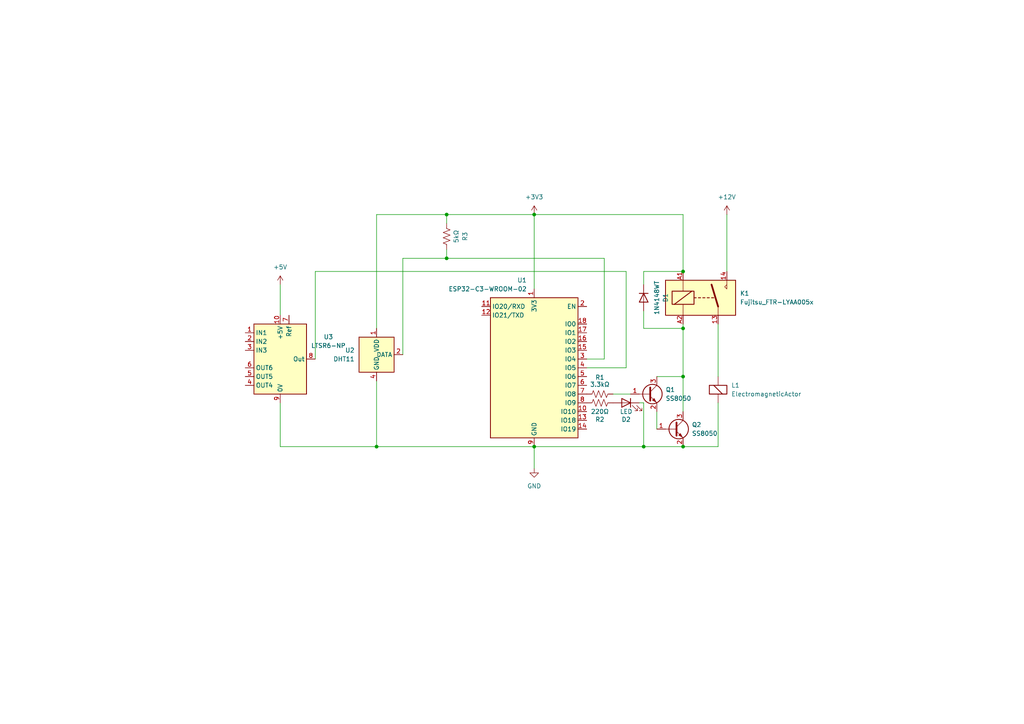
<source format=kicad_sch>
(kicad_sch (version 20250114) (generator "eeschema") (generator_version "9.0")
  (paper "A4")
  (title_block (title "Navign Beacon Schematic") (company "Navign"))
  (lib_symbols
    (symbol "Device:ElectromagneticActor" (pin_numbers (hide yes)) (pin_names (offset 0.0254) (hide yes))
      (property "Reference" "L" (at 1.27 3.81 0))
      (property "Value" "ElectromagneticActor" (at 1.27 -1.27 0))
      (symbol "ElectromagneticActor_0_1"
        (rectangle (start -2.54 2.54) (end 2.54 0) (stroke (width 0.254)))
        (polyline (pts (xy -1.27 2.54) (xy 1.27 0)) (stroke (width 0.254)))
      )
      (symbol "ElectromagneticActor_1_1"
        (pin passive line (at 0 5.08 270) (length 2.54) (name "-") (number "1"))
        (pin passive line (at 0 -2.54 90) (length 2.54) (name "+") (number "2"))
      )
    )
    (symbol "Device:LED" (pin_numbers (hide yes)) (pin_names (offset 1.016) (hide yes))
      (property "Reference" "D" (at 0 2.54 0))
      (property "Value" "LED" (at 0 -2.54 0))
      (symbol "LED_0_1"
        (polyline (pts (xy -3.048 -0.762) (xy -4.572 -2.286) (xy -3.81 -2.286) (xy -4.572 -2.286) (xy -4.572 -1.524)))
        (polyline (pts (xy -1.778 -0.762) (xy -3.302 -2.286) (xy -2.54 -2.286) (xy -3.302 -2.286) (xy -3.302 -1.524)))
        (polyline (pts (xy -1.27 0) (xy 1.27 0)))
        (polyline (pts (xy -1.27 -1.27) (xy -1.27 1.27)) (stroke (width 0.254)))
        (polyline (pts (xy 1.27 -1.27) (xy 1.27 1.27) (xy -1.27 0) (xy 1.27 -1.27)) (stroke (width 0.254)))
      )
      (symbol "LED_1_1"
        (pin passive line (at -3.81 0 0) (length 2.54) (name "K") (number "1"))
        (pin passive line (at 3.81 0 180) (length 2.54) (name "A") (number "2"))
      )
    )
    (symbol "Device:R_US" (pin_numbers (hide yes)) (pin_names (offset 0))
      (property "Reference" "R" (at 2.54 0 90))
      (property "Value" "R_US" (at -2.54 0 90))
      (symbol "R_US_0_1"
        (polyline (pts (xy 0 2.286) (xy 0 2.54)))
        (polyline (pts (xy 0 2.286) (xy 1.016 1.905) (xy 0 1.524) (xy -1.016 1.143) (xy 0 0.762)))
        (polyline (pts (xy 0 0.762) (xy 1.016 0.381) (xy 0 0) (xy -1.016 -0.381) (xy 0 -0.762)))
        (polyline (pts (xy 0 -0.762) (xy 1.016 -1.143) (xy 0 -1.524) (xy -1.016 -1.905) (xy 0 -2.286)))
        (polyline (pts (xy 0 -2.286) (xy 0 -2.54)))
      )
      (symbol "R_US_1_1"
        (pin passive line (at 0 3.81 270) (length 1.27) (name "~") (number "1"))
        (pin passive line (at 0 -3.81 90) (length 1.27) (name "~") (number "2"))
      )
    )
    (symbol "Diode:1N4148WT" (pin_numbers (hide yes)) (pin_names (hide yes))
      (property "Reference" "D" (at 0 2.54 0))
      (property "Value" "1N4148WT" (at 0 -2.54 0))
      (symbol "1N4148WT_0_1"
        (polyline (pts (xy -1.27 1.27) (xy -1.27 -1.27)) (stroke (width 0.254)))
        (polyline (pts (xy 1.27 1.27) (xy 1.27 -1.27) (xy -1.27 0) (xy 1.27 1.27)) (stroke (width 0.254)))
        (polyline (pts (xy 1.27 0) (xy -1.27 0)))
      )
      (symbol "1N4148WT_1_1"
        (pin passive line (at -3.81 0 0) (length 2.54) (name "K") (number "1"))
        (pin passive line (at 3.81 0 180) (length 2.54) (name "A") (number "2"))
      )
    )
    (symbol "RF_Module:ESP32-C3-WROOM-02"
      (property "Reference" "U" (at -12.192 21.336 0))
      (property "Value" "ESP32-C3-WROOM-02" (at 12.192 21.336 0))
      (symbol "ESP32-C3-WROOM-02_1_1"
        (rectangle (start -12.7 20.32) (end 12.7 -20.32) (stroke (width 0.254)) (fill (type background)))
        (pin input line (at -15.24 17.78 0) (length 2.54) (name "EN") (number "2"))
        (pin bidirectional line (at -15.24 12.7 0) (length 2.54) (name "IO0") (number "18"))
        (pin bidirectional line (at -15.24 10.16 0) (length 2.54) (name "IO1") (number "17"))
        (pin bidirectional line (at -15.24 7.62 0) (length 2.54) (name "IO2") (number "16"))
        (pin bidirectional line (at -15.24 5.08 0) (length 2.54) (name "IO3") (number "15"))
        (pin bidirectional line (at -15.24 2.54 0) (length 2.54) (name "IO4") (number "3"))
        (pin bidirectional line (at -15.24 0 0) (length 2.54) (name "IO5") (number "4"))
        (pin bidirectional line (at -15.24 -2.54 0) (length 2.54) (name "IO6") (number "5"))
        (pin bidirectional line (at -15.24 -5.08 0) (length 2.54) (name "IO7") (number "6"))
        (pin bidirectional line (at -15.24 -7.62 0) (length 2.54) (name "IO8") (number "7"))
        (pin bidirectional line (at -15.24 -10.16 0) (length 2.54) (name "IO9") (number "8"))
        (pin bidirectional line (at -15.24 -12.7 0) (length 2.54) (name "IO10") (number "10"))
        (pin bidirectional line (at -15.24 -15.24 0) (length 2.54) (name "IO18") (number "13"))
        (pin bidirectional line (at -15.24 -17.78 0) (length 2.54) (name "IO19") (number "14"))
        (pin power_in line (at 0 22.86 270) (length 2.54) (name "3V3") (number "1"))
        (pin passive line (at 0 -22.86 90) (length 2.54) (hide yes) (name "GND") (number "19"))
        (pin power_in line (at 0 -22.86 90) (length 2.54) (name "GND") (number "9"))
        (pin bidirectional line (at 15.24 17.78 180) (length 2.54) (name "IO20/RXD") (number "11"))
        (pin bidirectional line (at 15.24 15.24 180) (length 2.54) (name "IO21/TXD") (number "12"))
      )
    )
    (symbol "Relay:Fujitsu_FTR-LYAA005x"
      (property "Reference" "K" (at 11.43 3.81 0))
      (property "Value" "Fujitsu_FTR-LYAA005x" (at 11.43 1.27 0))
      (symbol "Fujitsu_FTR-LYAA005x_0_0"
        (polyline (pts (xy 7.62 5.08) (xy 7.62 2.54) (xy 6.985 3.175) (xy 7.62 3.81)))
      )
      (symbol "Fujitsu_FTR-LYAA005x_0_1"
        (rectangle (start -10.16 5.08) (end 10.16 -5.08) (stroke (width 0.254)) (fill (type background)))
        (rectangle (start -8.255 1.905) (end -1.905 -1.905) (stroke (width 0.254)))
        (polyline (pts (xy -7.62 -1.905) (xy -2.54 1.905)) (stroke (width 0.254)))
        (polyline (pts (xy -5.08 5.08) (xy -5.08 1.905)))
        (polyline (pts (xy -5.08 -5.08) (xy -5.08 -1.905)))
        (polyline (pts (xy -1.905 0) (xy -1.27 0)) (stroke (width 0.254)))
        (polyline (pts (xy -0.635 0) (xy 0 0)) (stroke (width 0.254)))
        (polyline (pts (xy 0.635 0) (xy 1.27 0)) (stroke (width 0.254)))
        (polyline (pts (xy 1.905 0) (xy 2.54 0)) (stroke (width 0.254)))
        (polyline (pts (xy 3.175 0) (xy 3.81 0)) (stroke (width 0.254)))
        (polyline (pts (xy 5.08 -2.54) (xy 3.175 3.81)) (stroke (width 0.508)))
        (polyline (pts (xy 5.08 -2.54) (xy 5.08 -5.08)))
      )
      (symbol "Fujitsu_FTR-LYAA005x_1_1"
        (pin passive line (at -5.08 7.62 270) (length 2.54) (name "~") (number "A1"))
        (pin passive line (at -5.08 -7.62 90) (length 2.54) (name "~") (number "A2"))
        (pin passive line (at 5.08 -7.62 90) (length 2.54) (name "~") (number "13"))
        (pin passive line (at 7.62 7.62 270) (length 2.54) (name "~") (number "14"))
      )
    )
    (symbol "Sensor:DHT11"
      (property "Reference" "U" (at -3.81 6.35 0))
      (property "Value" "DHT11" (at 3.81 6.35 0))
      (symbol "DHT11_0_1"
        (rectangle (start -5.08 5.08) (end 5.08 -5.08) (stroke (width 0.254)) (fill (type background)))
      )
      (symbol "DHT11_1_1"
        (pin no_connect line (at -5.08 0 0) (length 2.54) (hide yes) (name "NC") (number "3"))
        (pin power_in line (at 0 7.62 270) (length 2.54) (name "VDD") (number "1"))
        (pin power_in line (at 0 -7.62 90) (length 2.54) (name "GND") (number "4"))
        (pin bidirectional line (at 7.62 0 180) (length 2.54) (name "DATA") (number "2"))
      )
    )
    (symbol "Sensor_Current:LTSR6-NP"
      (property "Reference" "U" (at -7.62 11.43 0))
      (property "Value" "LTSR6-NP" (at 3.81 11.43 0))
      (symbol "LTSR6-NP_0_1"
        (rectangle (start -7.62 10.16) (end 7.62 -10.16) (stroke (width 0.254)) (fill (type background)))
      )
      (symbol "LTSR6-NP_1_1"
        (pin passive line (at -10.16 7.62 0) (length 2.54) (name "IN1") (number "1"))
        (pin passive line (at -10.16 5.08 0) (length 2.54) (name "IN2") (number "2"))
        (pin passive line (at -10.16 2.54 0) (length 2.54) (name "IN3") (number "3"))
        (pin passive line (at -10.16 -2.54 0) (length 2.54) (name "OUT6") (number "6"))
        (pin passive line (at -10.16 -5.08 0) (length 2.54) (name "OUT5") (number "5"))
        (pin passive line (at -10.16 -7.62 0) (length 2.54) (name "OUT4") (number "4"))
        (pin power_in line (at 0 12.7 270) (length 2.54) (name "+5V") (number "10"))
        (pin power_in line (at 0 -12.7 90) (length 2.54) (name "0V") (number "9"))
        (pin passive line (at 2.54 12.7 270) (length 2.54) (name "Ref") (number "7"))
        (pin output line (at 10.16 0 180) (length 2.54) (name "Out") (number "8"))
      )
    )
    (symbol "Transistor_BJT:SS8050" (pin_names (offset 0) (hide yes))
      (property "Reference" "Q" (at 5.08 1.905 0))
      (property "Value" "SS8050" (at 5.08 0 0))
      (symbol "SS8050_0_1"
        (polyline (pts (xy -2.54 0) (xy 0.635 0)))
        (polyline (pts (xy 0.635 1.905) (xy 0.635 -1.905)) (stroke (width 0.508)))
        (circle (center 1.27 0) (radius 2.8194) (stroke (width 0.254)))
      )
      (symbol "SS8050_1_1"
        (polyline (pts (xy 0.635 0.635) (xy 2.54 2.54)))
        (polyline (pts (xy 0.635 -0.635) (xy 2.54 -2.54)))
        (polyline (pts (xy 1.27 -1.778) (xy 1.778 -1.27) (xy 2.286 -2.286) (xy 1.27 -1.778)) (fill (type outline)))
        (pin input line (at -5.08 0 0) (length 2.54) (name "B") (number "1"))
        (pin passive line (at 2.54 5.08 270) (length 2.54) (name "C") (number "3"))
        (pin passive line (at 2.54 -5.08 90) (length 2.54) (name "E") (number "2"))
      )
    )
    (symbol "power:+12V" (power) (pin_numbers (hide yes)) (pin_names (offset 0) (hide yes))
      (property "Value" "+12V" (at 0 3.556 0))
      (symbol "+12V_0_1"
        (polyline (pts (xy -0.762 1.27) (xy 0 2.54)))
        (polyline (pts (xy 0 2.54) (xy 0.762 1.27)))
        (polyline (pts (xy 0 0) (xy 0 2.54)))
      )
      (symbol "+12V_1_1"
        (pin power_in line (at 0 0 90) (length 0) (name "~") (number "1"))
      )
    )
    (symbol "power:+3V3" (power) (pin_numbers (hide yes)) (pin_names (offset 0) (hide yes))
      (property "Value" "+3V3" (at 0 3.556 0))
      (symbol "+3V3_0_1"
        (polyline (pts (xy -0.762 1.27) (xy 0 2.54)))
        (polyline (pts (xy 0 2.54) (xy 0.762 1.27)))
        (polyline (pts (xy 0 0) (xy 0 2.54)))
      )
      (symbol "+3V3_1_1"
        (pin power_in line (at 0 0 90) (length 0) (name "~") (number "1"))
      )
    )
    (symbol "power:+5V" (power) (pin_numbers (hide yes)) (pin_names (offset 0) (hide yes))
      (property "Value" "+5V" (at 0 3.556 0))
      (symbol "+5V_0_1"
        (polyline (pts (xy -0.762 1.27) (xy 0 2.54)))
        (polyline (pts (xy 0 2.54) (xy 0.762 1.27)))
        (polyline (pts (xy 0 0) (xy 0 2.54)))
      )
      (symbol "+5V_1_1"
        (pin power_in line (at 0 0 90) (length 0) (name "~") (number "1"))
      )
    )
    (symbol "power:GND" (power) (pin_numbers (hide yes)) (pin_names (offset 0) (hide yes))
      (property "Value" "GND" (at 0 -3.81 0))
      (symbol "GND_0_1"
        (polyline (pts (xy 0 0) (xy 0 -1.27) (xy 1.27 -1.27) (xy 0 -2.54) (xy -1.27 -1.27) (xy 0 -1.27)))
      )
      (symbol "GND_1_1"
        (pin power_in line (at 0 0 270) (length 0) (name "~") (number "1"))
      )
    )
  )
  (junction (at 154.94 129.54))
  (junction (at 198.12 109.22))
  (junction (at 129.54 74.93))
  (junction (at 198.12 129.54))
  (junction (at 109.22 129.54))
  (junction (at 129.54 62.23))
  (junction (at 154.94 62.23))
  (junction (at 186.69 129.54))
  (junction (at 198.12 95.25))
  (junction (at 198.12 78.74))
  (wire (pts (xy 129.54 72.39) (xy 129.54 74.93)))
  (wire (pts (xy 208.28 93.98) (xy 208.28 109.22)))
  (wire (pts (xy 129.54 62.23) (xy 154.94 62.23)))
  (wire (pts (xy 109.22 62.23) (xy 129.54 62.23)))
  (wire (pts (xy 208.28 116.84) (xy 208.28 129.54)))
  (wire (pts (xy 81.28 129.54) (xy 109.22 129.54)))
  (wire (pts (xy 81.28 116.84) (xy 81.28 129.54)))
  (wire (pts (xy 198.12 62.23) (xy 198.12 78.74)))
  (wire (pts (xy 185.42 116.84) (xy 186.69 116.84)))
  (wire (pts (xy 198.12 129.54) (xy 208.28 129.54)))
  (wire (pts (xy 129.54 62.23) (xy 129.54 64.77)))
  (wire (pts (xy 210.82 62.23) (xy 210.82 78.74)))
  (wire (pts (xy 186.69 82.55) (xy 186.69 78.74)))
  (wire (pts (xy 116.84 74.93) (xy 129.54 74.93)))
  (wire (pts (xy 186.69 95.25) (xy 198.12 95.25)))
  (wire (pts (xy 181.61 106.68) (xy 170.18 106.68)))
  (wire (pts (xy 177.8 114.3) (xy 182.88 114.3)))
  (wire (pts (xy 154.94 129.54) (xy 154.94 135.89)))
  (wire (pts (xy 109.22 95.25) (xy 109.22 62.23)))
  (wire (pts (xy 198.12 93.98) (xy 198.12 95.25)))
  (wire (pts (xy 186.69 129.54) (xy 154.94 129.54)))
  (wire (pts (xy 198.12 109.22) (xy 198.12 119.38)))
  (wire (pts (xy 175.26 74.93) (xy 175.26 104.14)))
  (wire (pts (xy 91.44 78.74) (xy 181.61 78.74)))
  (wire (pts (xy 186.69 78.74) (xy 198.12 78.74)))
  (wire (pts (xy 81.28 82.55) (xy 81.28 91.44)))
  (wire (pts (xy 109.22 110.49) (xy 109.22 129.54)))
  (wire (pts (xy 186.69 116.84) (xy 186.69 129.54)))
  (wire (pts (xy 91.44 104.14) (xy 91.44 78.74)))
  (wire (pts (xy 198.12 109.22) (xy 190.5 109.22)))
  (wire (pts (xy 154.94 62.23) (xy 154.94 83.82)))
  (wire (pts (xy 116.84 102.87) (xy 116.84 74.93)))
  (wire (pts (xy 181.61 78.74) (xy 181.61 106.68)))
  (wire (pts (xy 109.22 129.54) (xy 154.94 129.54)))
  (wire (pts (xy 154.94 62.23) (xy 198.12 62.23)))
  (wire (pts (xy 190.5 119.38) (xy 190.5 124.46)))
  (wire (pts (xy 129.54 74.93) (xy 175.26 74.93)))
  (wire (pts (xy 175.26 104.14) (xy 170.18 104.14)))
  (wire (pts (xy 186.69 90.17) (xy 186.69 95.25)))
  (wire (pts (xy 186.69 129.54) (xy 198.12 129.54)))
  (wire (pts (xy 198.12 95.25) (xy 198.12 109.22)))
  (symbol (lib_id "Transistor_BJT:SS8050") (at 187.96 114.3 0) (unit 1)
    (property "Reference" "Q1" (at 193.04 113.0299 0) (effects (justify left)))
    (property "Value" "SS8050" (at 193.04 115.5699 0) (effects (justify left)))
    (property "Footprint" "Package_TO_SOT_SMD:SOT-23" (effects (hide yes)))
    (property "Datasheet" "http://www.secosgmbh.com/datasheet/products/SSMPTransistor/SOT-23/SS8050.pdf" (effects (hide yes)))
    (property "Description" "General Purpose NPN Transistor, 1.5A Ic, 25V Vce, SOT-23" (effects (hide yes)))
  )
  (symbol (lib_id "Transistor_BJT:SS8050") (at 195.58 124.46 0) (unit 1)
    (property "Reference" "Q2" (at 200.66 123.1899 0) (effects (justify left)))
    (property "Value" "SS8050" (at 200.66 125.7299 0) (effects (justify left)))
    (property "Footprint" "Package_TO_SOT_SMD:SOT-23" (effects (hide yes)))
    (property "Datasheet" "http://www.secosgmbh.com/datasheet/products/SSMPTransistor/SOT-23/SS8050.pdf" (effects (hide yes)))
    (property "Description" "General Purpose NPN Transistor, 1.5A Ic, 25V Vce, SOT-23" (effects (hide yes)))
  )
  (symbol (lib_id "Sensor_Current:LTSR6-NP") (at 81.28 104.14 0) (unit 1) (on_board no)
    (property "Reference" "U3" (at 95.25 97.7198 0))
    (property "Value" "LTSR6-NP" (at 95.25 100.2598 0))
    (property "Footprint" "Sensor_Current:LEM_LTSR-NP" (effects (hide yes)))
    (property "Datasheet" "https://www.lem.com/sites/default/files/products_datasheets/ltsr_6-np.pdf" (effects (hide yes)))
    (property "Description" "Current Transducer, Unipolar, 6A, 5V supply, DC, AC, pulsed" (effects (hide yes)))
  )
  (symbol (lib_id "Device:R_US") (at 173.99 116.84 90) (unit 1)
    (property "Reference" "R2" (at 173.99 121.666 90))
    (property "Value" "220Ω" (at 173.99 119.38 90))
    (property "Description" "Resistor, US symbol" (effects (hide yes)))
  )
  (symbol (lib_id "Device:R_US") (at 129.54 68.58 0) (unit 1)
    (property "Reference" "R3" (at 134.874 68.58 90))
    (property "Value" "5kΩ" (at 132.334 68.58 90))
    (property "Description" "Resistor, US symbol" (effects (hide yes)))
  )
  (symbol (lib_id "RF_Module:ESP32-C3-WROOM-02") (at 154.94 106.68 0) (mirror y) (unit 1)
    (property "Reference" "U1" (at 152.7967 81.28 0) (effects (justify left)))
    (property "Value" "ESP32-C3-WROOM-02" (at 152.7967 83.82 0) (effects (justify left)))
    (property "Footprint" "RF_Module:ESP32-C3-WROOM-02" (effects (hide yes)))
    (property "Datasheet" "https://www.espressif.com/sites/default/files/documentation/esp32-c3-wroom-02_datasheet_en.pdf" (effects (hide yes)))
    (property "Description" "802.11 b/g/n Wi­Fi and Bluetooth 5 module, ESP32­C3 SoC, RISC­V microprocessor, On-board antenna" (effects (hide yes)))
  )
  (symbol (lib_id "Relay:Fujitsu_FTR-LYAA005x") (at 203.2 86.36 0) (unit 1)
    (property "Reference" "K1" (at 214.63 85.0899 0) (effects (justify left)))
    (property "Value" "Fujitsu_FTR-LYAA005x" (at 214.63 87.6299 0) (effects (justify left)))
    (property "Footprint" "Relay_THT:Relay_SPST-NO_Fujitsu_FTR-LYAA005x_FormA_Vertical" (effects (hide yes)))
    (property "Datasheet" "https://www.fujitsu.com/sg/imagesgig5/ftr-ly.pdf" (effects (hide yes)))
    (property "Description" "Relay, SPST Form A, vertical mount, 5-60V coil, 6A, 250VAC, 28 x 5 x 15mm" (effects (hide yes)))
  )
  (symbol (lib_id "Diode:1N4148WT") (at 186.69 86.36 270) (unit 1)
    (property "Reference" "D1" (at 193.04 86.36 0))
    (property "Value" "1N4148WT" (at 190.5 86.36 0))
    (property "Footprint" "Diode_SMD:D_SOD-523" (effects (hide yes)))
    (property "Datasheet" "https://www.diodes.com/assets/Datasheets/ds30396.pdf" (effects (hide yes)))
    (property "Description" "75V 0.15A Fast switching Diode, SOD-523" (effects (hide yes)))
    (property "Sim.Device" "D" (effects (hide yes)))
    (property "Sim.Pins" "1=K 2=A" (effects (hide yes)))
  )
  (symbol (lib_id "power:+3V3") (at 154.94 62.23 0) (unit 1)
    (property "Reference" "#PWR02" (effects (hide yes)))
    (property "Value" "+3V3" (at 154.94 57.15 0))
    (property "Description" "Power symbol creates a global label with name \"+3V3\"" (effects (hide yes)))
  )
  (symbol (lib_id "Sensor:DHT11") (at 109.22 102.87 0) (unit 1)
    (property "Reference" "U2" (at 102.87 101.5999 0) (effects (justify right)))
    (property "Value" "DHT11" (at 102.87 104.1399 0) (effects (justify right)))
    (property "Footprint" "Sensor:Aosong_DHT11_5.5x12.0_P2.54mm" (effects (hide yes)))
    (property "Datasheet" "http://akizukidenshi.com/download/ds/aosong/DHT11.pdf" (effects (hide yes)))
    (property "Description" "3.3V to 5.5V, temperature and humidity module, DHT11" (effects (hide yes)))
  )
  (symbol (lib_id "Device:LED") (at 181.61 116.84 0) (mirror y) (unit 1)
    (property "Reference" "D2" (at 181.61 121.666 0))
    (property "Value" "LED" (at 181.61 119.38 0))
    (property "Description" "Light emitting diode" (effects (hide yes)))
    (property "Sim.Pins" "1=K 2=A" (effects (hide yes)))
  )
  (symbol (lib_id "power:+5V") (at 81.28 82.55 0) (unit 1)
    (property "Reference" "#PWR03" (effects (hide yes)))
    (property "Value" "+5V" (at 81.28 77.47 0))
    (property "Description" "Power symbol creates a global label with name \"+5V\"" (effects (hide yes)))
  )
  (symbol (lib_id "Device:ElectromagneticActor") (at 208.28 114.3 0) (unit 1)
    (property "Reference" "L1" (at 212.09 111.7599 0) (effects (justify left)))
    (property "Value" "ElectromagneticActor" (at 212.09 114.2999 0) (effects (justify left)))
    (property "Description" "Electromagnetic actor" (effects (hide yes)))
  )
  (symbol (lib_id "Device:R_US") (at 173.99 114.3 90) (unit 1)
    (property "Reference" "R1" (at 173.99 109.474 90))
    (property "Value" "3.3kΩ" (at 173.99 111.506 90))
    (property "Description" "Resistor, US symbol" (effects (hide yes)))
  )
  (symbol (lib_id "power:+12V") (at 210.82 62.23 0) (unit 1)
    (property "Reference" "#PWR04" (effects (hide yes)))
    (property "Value" "+12V" (at 210.82 57.15 0))
    (property "Description" "Power symbol creates a global label with name \"+12V\"" (effects (hide yes)))
  )
  (symbol (lib_id "power:GND") (at 154.94 135.89 0) (unit 1)
    (property "Reference" "#PWR01" (effects (hide yes)))
    (property "Value" "GND" (at 154.94 140.97 0))
    (property "Description" "Power symbol creates a global label with name \"GND\" , ground" (effects (hide yes)))
  )
)
</source>
